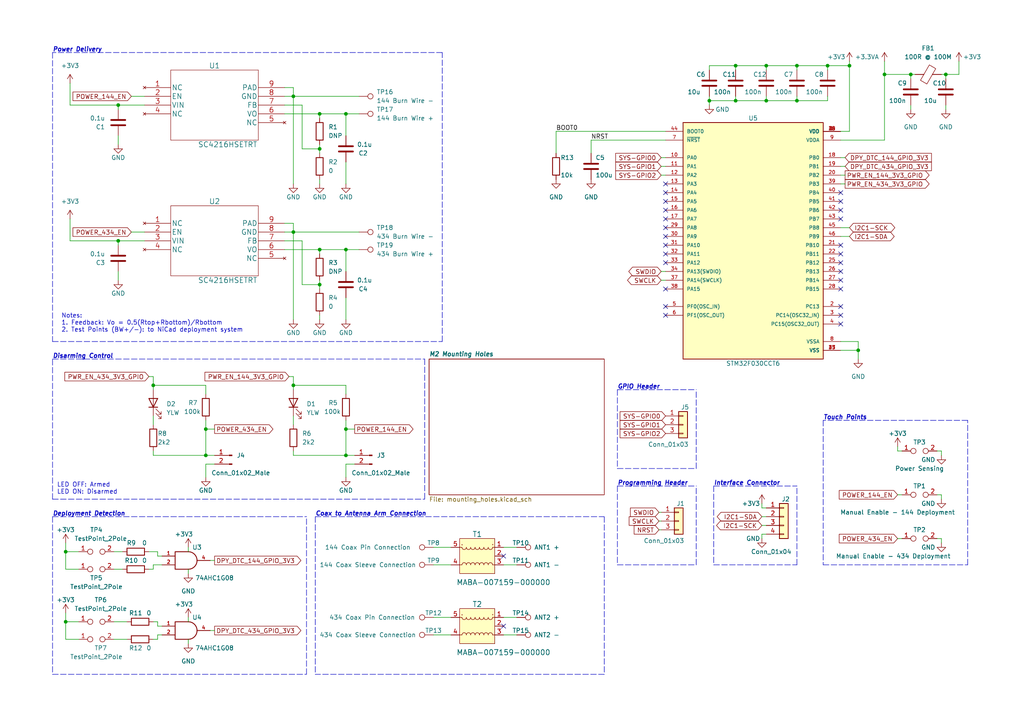
<source format=kicad_sch>
(kicad_sch (version 20211123) (generator eeschema)
  (paper "A4")
  (title_block (title "Antenna Deployment Board") (date "2023-04-24") (rev "RevA") (company "Queen's Space Engineering Team - Satellite"))
  (lib_symbols
    (symbol "74xGxx:74AHC1G08" (pin_names (offset 1.016))
      (property "Reference" "U" (at -2.54 3.81 0))
      (property "Value" "74AHC1G08" (at 0 -3.81 0))
      (symbol "74AHC1G08_1_1"
        (pin input line (at -7.62 1.27 0) (length 3.81) (name "~") (number "1"))
        (pin input line (at -7.62 -1.27 0) (length 3.81) (name "~") (number "2"))
        (pin power_in line (at 0 -2.54 270) (length 0) hide (name "GND") (number "3"))
        (pin output line (at 6.35 0 180) (length 3.81) (name "~") (number "4"))
        (pin power_in line (at 0 2.54 90) (length 0) hide (name "VCC") (number "5"))
      )
    )
    (symbol "Connector:Conn_01x02_Male" (pin_names (offset 1.016) hide)
      (property "Reference" "J" (at 0 2.54 0))
      (property "Value" "Conn_01x02_Male" (at 0 -5.08 0))
      (symbol "Conn_01x02_Male_1_1"
        (pin passive line (at 5.08 0 180) (length 3.81) (name "Pin_1") (number "1"))
        (pin passive line (at 5.08 -2.54 180) (length 3.81) (name "Pin_2") (number "2"))
      )
    )
    (symbol "Connector:TestPoint" (pin_numbers hide) (pin_names (offset 0.762) hide)
      (property "Reference" "TP" (at 0 6.858 0))
      (property "Value" "TestPoint" (at 0 5.08 0))
      (symbol "TestPoint_1_1"
        (pin passive line (at 0 0 90) (length 2.54) (name "1") (number "1"))
      )
    )
    (symbol "Connector:TestPoint_2Pole" (pin_names (offset 0.762) hide)
      (property "Reference" "TP" (at 0 1.524 0))
      (property "Value" "TestPoint_2Pole" (at 0 -1.778 0))
      (symbol "TestPoint_2Pole_0_1"
        (pin passive line (at -5.08 0 0) (length 2.54) (name "1") (number "1"))
        (pin passive line (at 5.08 0 180) (length 2.54) (name "2") (number "2"))
      )
    )
    (symbol "Connector_Generic:Conn_01x03" (pin_names (offset 1.016) hide)
      (property "Reference" "J" (at 0 5.08 0))
      (property "Value" "Conn_01x03" (at 0 -5.08 0))
      (symbol "Conn_01x03_1_1"
        (pin passive line (at -5.08 2.54 0) (length 3.81) (name "Pin_1") (number "1"))
        (pin passive line (at -5.08 0 0) (length 3.81) (name "Pin_2") (number "2"))
        (pin passive line (at -5.08 -2.54 0) (length 3.81) (name "Pin_3") (number "3"))
      )
    )
    (symbol "Connector_Generic:Conn_01x04" (pin_names (offset 1.016) hide)
      (property "Reference" "J" (at 0 5.08 0))
      (property "Value" "Conn_01x04" (at 0 -7.62 0))
      (symbol "Conn_01x04_1_1"
        (pin passive line (at -5.08 2.54 0) (length 3.81) (name "Pin_1") (number "1"))
        (pin passive line (at -5.08 0 0) (length 3.81) (name "Pin_2") (number "2"))
        (pin passive line (at -5.08 -2.54 0) (length 3.81) (name "Pin_3") (number "3"))
        (pin passive line (at -5.08 -5.08 0) (length 3.81) (name "Pin_4") (number "4"))
      )
    )
    (symbol "Device:C" (pin_numbers hide) (pin_names (offset 0.254))
      (property "Reference" "C" (at 0.635 2.54 0))
      (property "Value" "C" (at 0.635 -2.54 0))
      (symbol "C_1_1"
        (pin passive line (at 0 3.81 270) (length 2.794) (name "~") (number "1"))
        (pin passive line (at 0 -3.81 90) (length 2.794) (name "~") (number "2"))
      )
    )
    (symbol "Device:FerriteBead" (pin_numbers hide) (pin_names (offset 0))
      (property "Reference" "FB" (at -3.81 0.635 90))
      (property "Value" "FerriteBead" (at 3.81 0 90))
      (symbol "FerriteBead_1_1"
        (pin passive line (at 0 3.81 270) (length 2.54) (name "~") (number "1"))
        (pin passive line (at 0 -3.81 90) (length 2.54) (name "~") (number "2"))
      )
    )
    (symbol "Device:LED" (pin_numbers hide) (pin_names (offset 1.016) hide)
      (property "Reference" "D" (at 0 2.54 0))
      (property "Value" "LED" (at 0 -2.54 0))
      (symbol "LED_1_1"
        (pin passive line (at -3.81 0 0) (length 2.54) (name "K") (number "1"))
        (pin passive line (at 3.81 0 180) (length 2.54) (name "A") (number "2"))
      )
    )
    (symbol "Device:R" (pin_numbers hide) (pin_names (offset 0))
      (property "Reference" "R" (at 2.032 0 90))
      (property "Value" "R" (at 0 0 90))
      (symbol "R_1_1"
        (pin passive line (at 0 3.81 270) (length 1.27) (name "~") (number "1"))
        (pin passive line (at 0 -3.81 90) (length 1.27) (name "~") (number "2"))
      )
    )
    (symbol "SC4216HSETRT:SC4216HSETRT" (pin_names (offset 0.254))
      (property "Reference" "U" (at 20.32 10.16 0))
      (property "Value" "SC4216HSETRT" (at 20.32 7.62 0))
      (symbol "SC4216HSETRT_1_1"
        (pin no_connect line (at 0 0 0) (length 7.62) (name "NC") (number "1"))
        (pin input line (at 0 -2.54 0) (length 7.62) (name "EN") (number "2"))
        (pin power_in line (at 0 -5.08 0) (length 7.62) (name "VIN") (number "3"))
        (pin no_connect line (at 0 -7.62 0) (length 7.62) (name "NC") (number "4"))
        (pin no_connect line (at 40.64 -10.16 180) (length 7.62) (name "NC") (number "5"))
        (pin power_in line (at 40.64 -7.62 180) (length 7.62) (name "VO") (number "6"))
        (pin unspecified line (at 40.64 -5.08 180) (length 7.62) (name "FB") (number "7"))
        (pin power_in line (at 40.64 -2.54 180) (length 7.62) (name "GND") (number "8"))
        (pin power_in line (at 40.64 0 180) (length 7.62) (name "PAD") (number "9"))
      )
    )
    (symbol "STM32F030CCT6:STM32F030CCT6" (pin_names (offset 1.016))
      (property "Reference" "U" (at -20.3383 33.0497 0))
      (property "Value" "STM32F030CCT6" (at -20.3351 -38.1284 0))
      (symbol "STM32F030CCT6_0_0"
        (pin power_in line (at 25.4 30.48 180) (length 5.08) (name "VDD") (number "1"))
        (pin bidirectional line (at -25.4 22.86 0) (length 5.08) (name "PA0") (number "10"))
        (pin bidirectional line (at -25.4 20.32 0) (length 5.08) (name "PA1") (number "11"))
        (pin bidirectional line (at -25.4 17.78 0) (length 5.08) (name "PA2") (number "12"))
        (pin bidirectional line (at -25.4 15.24 0) (length 5.08) (name "PA3") (number "13"))
        (pin bidirectional line (at -25.4 12.7 0) (length 5.08) (name "PA4") (number "14"))
        (pin bidirectional line (at -25.4 10.16 0) (length 5.08) (name "PA5") (number "15"))
        (pin bidirectional line (at -25.4 7.62 0) (length 5.08) (name "PA6") (number "16"))
        (pin bidirectional line (at -25.4 5.08 0) (length 5.08) (name "PA7") (number "17"))
        (pin bidirectional line (at 25.4 22.86 180) (length 5.08) (name "PB0") (number "18"))
        (pin bidirectional line (at 25.4 20.32 180) (length 5.08) (name "PB1") (number "19"))
        (pin bidirectional line (at 25.4 -20.32 180) (length 5.08) (name "PC13") (number "2"))
        (pin bidirectional line (at 25.4 17.78 180) (length 5.08) (name "PB2") (number "20"))
        (pin bidirectional line (at 25.4 -2.54 180) (length 5.08) (name "PB10") (number "21"))
        (pin bidirectional line (at 25.4 -5.08 180) (length 5.08) (name "PB11") (number "22"))
        (pin power_in line (at 25.4 -33.02 180) (length 5.08) (name "VSS") (number "23"))
        (pin power_in line (at 25.4 30.48 180) (length 5.08) (name "VDD") (number "24"))
        (pin bidirectional line (at 25.4 -7.62 180) (length 5.08) (name "PB12") (number "25"))
        (pin bidirectional line (at 25.4 -10.16 180) (length 5.08) (name "PB13") (number "26"))
        (pin bidirectional line (at 25.4 -12.7 180) (length 5.08) (name "PB14") (number "27"))
        (pin bidirectional line (at 25.4 -15.24 180) (length 5.08) (name "PB15") (number "28"))
        (pin bidirectional line (at -25.4 2.54 0) (length 5.08) (name "PA8") (number "29"))
        (pin bidirectional line (at 25.4 -22.86 180) (length 5.08) (name "PC14(OSC32_IN)") (number "3"))
        (pin bidirectional line (at -25.4 0 0) (length 5.08) (name "PA9") (number "30"))
        (pin bidirectional line (at -25.4 -2.54 0) (length 5.08) (name "PA10") (number "31"))
        (pin bidirectional line (at -25.4 -5.08 0) (length 5.08) (name "PA11") (number "32"))
        (pin bidirectional line (at -25.4 -7.62 0) (length 5.08) (name "PA12") (number "33"))
        (pin bidirectional line (at -25.4 -10.16 0) (length 5.08) (name "PA13(SWDIO)") (number "34"))
        (pin power_in line (at 25.4 -33.02 180) (length 5.08) (name "VSS") (number "35"))
        (pin power_in line (at 25.4 30.48 180) (length 5.08) (name "VDD") (number "36"))
        (pin bidirectional line (at -25.4 -12.7 0) (length 5.08) (name "PA14(SWCLK)") (number "37"))
        (pin bidirectional line (at -25.4 -15.24 0) (length 5.08) (name "PA15") (number "38"))
        (pin bidirectional line (at 25.4 15.24 180) (length 5.08) (name "PB3") (number "39"))
        (pin bidirectional line (at 25.4 -25.4 180) (length 5.08) (name "PC15(OSC32_OUT)") (number "4"))
        (pin bidirectional line (at 25.4 12.7 180) (length 5.08) (name "PB4") (number "40"))
        (pin bidirectional line (at 25.4 10.16 180) (length 5.08) (name "PB5") (number "41"))
        (pin bidirectional line (at 25.4 7.62 180) (length 5.08) (name "PB6") (number "42"))
        (pin bidirectional line (at 25.4 5.08 180) (length 5.08) (name "PB7") (number "43"))
        (pin input line (at -25.4 30.48 0) (length 5.08) (name "BOOT0") (number "44"))
        (pin bidirectional line (at 25.4 2.54 180) (length 5.08) (name "PB8") (number "45"))
        (pin bidirectional line (at 25.4 0 180) (length 5.08) (name "PB9") (number "46"))
        (pin power_in line (at 25.4 -33.02 180) (length 5.08) (name "VSS") (number "47"))
        (pin power_in line (at 25.4 30.48 180) (length 5.08) (name "VDD") (number "48"))
        (pin bidirectional line (at -25.4 -20.32 0) (length 5.08) (name "PF0(OSC_IN)") (number "5"))
        (pin bidirectional line (at -25.4 -22.86 0) (length 5.08) (name "PF1(OSC_OUT)") (number "6"))
        (pin bidirectional line (at -25.4 27.94 0) (length 5.08) (name "~{NRST}") (number "7"))
        (pin power_in line (at 25.4 -30.48 180) (length 5.08) (name "VSSA") (number "8"))
        (pin power_in line (at 25.4 27.94 180) (length 5.08) (name "VDDA") (number "9"))
      )
    )
    (symbol "dk_Balun:MABA-007159-000000" (pin_names (offset 1.016))
      (property "Reference" "T" (at -3.81 6.35 0))
      (property "Value" "MABA-007159-000000" (at 0 -6.35 0))
      (symbol "MABA-007159-000000_1_0"
        (pin unspecified line (at 7.62 0 180) (length 2.54) (name "~") (number "2"))
      )
      (symbol "MABA-007159-000000_1_1"
        (pin passive line (at 7.62 2.54 180) (length 2.54) (name "~") (number "1"))
        (pin passive line (at 7.62 -2.54 180) (length 2.54) (name "~") (number "3"))
        (pin passive line (at -7.62 -2.54 0) (length 2.54) (name "~") (number "4"))
        (pin passive line (at -7.62 2.54 0) (length 2.54) (name "~") (number "5"))
      )
    )
    (symbol "power:+3.3VA" (power) (pin_names (offset 0))
      (property "Value" "+3.3VA" (at 0 3.556 0))
      (symbol "+3.3VA_1_1"
        (pin power_in line (at 0 0 90) (length 0) hide (name "+3.3VA") (number "1"))
      )
    )
    (symbol "power:+3V3" (power) (pin_names (offset 0))
      (property "Value" "+3V3" (at 0 3.556 0))
      (symbol "+3V3_1_1"
        (pin power_in line (at 0 0 90) (length 0) hide (name "+3V3") (number "1"))
      )
    )
    (symbol "power:GND" (power) (pin_names (offset 0))
      (property "Value" "GND" (at 0 -3.81 0))
      (symbol "GND_1_1"
        (pin power_in line (at 0 0 270) (length 0) hide (name "GND") (number "1"))
      )
    )
  )
  (junction (at 100.33 132.08))
  (junction (at 19.05 160.02))
  (junction (at 59.69 124.46))
  (junction (at 222.25 19.05))
  (junction (at 231.14 29.21))
  (junction (at 19.05 180.34))
  (junction (at 34.29 30.48))
  (junction (at 92.71 33.02))
  (junction (at 92.71 43.18))
  (junction (at 248.92 101.6))
  (junction (at 100.33 72.39))
  (junction (at 92.71 82.55))
  (junction (at 256.54 21.59))
  (junction (at 205.74 29.21))
  (junction (at 222.25 29.21))
  (junction (at 231.14 19.05))
  (junction (at 264.16 21.59))
  (junction (at 59.69 132.08))
  (junction (at 213.36 29.21))
  (junction (at 274.32 21.59))
  (junction (at 34.29 69.85))
  (junction (at 85.09 27.94))
  (junction (at 85.09 111.76))
  (junction (at 213.36 19.05))
  (junction (at 92.71 72.39))
  (junction (at 85.09 67.31))
  (junction (at 246.38 19.05))
  (junction (at 44.45 111.76))
  (junction (at 100.33 33.02))
  (junction (at 100.33 124.46))
  (junction (at 240.03 19.05))
  (no_connect (at 243.84 83.82))
  (no_connect (at 193.04 71.12))
  (no_connect (at 243.84 55.88))
  (no_connect (at 193.04 68.58))
  (no_connect (at 193.04 88.9))
  (no_connect (at 243.84 63.5))
  (no_connect (at 193.04 76.2))
  (no_connect (at 193.04 83.82))
  (no_connect (at 243.84 88.9))
  (no_connect (at 243.84 73.66))
  (no_connect (at 193.04 55.88))
  (no_connect (at 243.84 91.44))
  (no_connect (at 146.05 181.61))
  (no_connect (at 243.84 71.12))
  (no_connect (at 146.05 161.29))
  (no_connect (at 243.84 93.98))
  (no_connect (at 193.04 60.96))
  (no_connect (at 243.84 58.42))
  (no_connect (at 243.84 78.74))
  (no_connect (at 243.84 76.2))
  (no_connect (at 193.04 66.04))
  (no_connect (at 193.04 63.5))
  (no_connect (at 193.04 91.44))
  (no_connect (at 243.84 60.96))
  (no_connect (at 193.04 58.42))
  (no_connect (at 243.84 81.28))
  (no_connect (at 193.04 53.34))
  (no_connect (at 193.04 73.66))
  (wire (pts (xy 205.74 29.21) (xy 205.74 30.48)))
  (wire (pts (xy 256.54 21.59) (xy 264.16 21.59)))
  (wire (pts (xy 19.05 180.34) (xy 22.86 180.34)))
  (wire (pts (xy 278.13 21.59) (xy 274.32 21.59)))
  (wire (pts (xy 34.29 30.48) (xy 34.29 31.75)))
  (wire (pts (xy 146.05 179.07) (xy 149.86 179.07)))
  (wire (pts (xy 54.61 185.42) (xy 54.61 186.69)))
  (polyline (pts (xy 231.14 163.83) (xy 231.14 140.97)))
  (wire (pts (xy 205.74 29.21) (xy 213.36 29.21)))
  (wire (pts (xy 191.77 81.28) (xy 193.04 81.28)))
  (polyline (pts (xy 175.26 149.86) (xy 175.26 195.58)))
  (wire (pts (xy 44.45 132.08) (xy 59.69 132.08)))
  (wire (pts (xy 45.72 160.02) (xy 45.72 161.29)))
  (polyline (pts (xy 179.07 113.03) (xy 201.93 113.03)))
  (wire (pts (xy 59.69 132.08) (xy 62.23 132.08)))
  (wire (pts (xy 245.11 50.8) (xy 243.84 50.8)))
  (wire (pts (xy 54.61 165.1) (xy 54.61 166.37)))
  (wire (pts (xy 205.74 19.05) (xy 213.36 19.05)))
  (polyline (pts (xy 15.24 144.78) (xy 15.24 104.14)))
  (polyline (pts (xy 179.07 135.89) (xy 201.93 135.89)))
  (wire (pts (xy 125.73 163.83) (xy 130.81 163.83)))
  (wire (pts (xy 59.69 124.46) (xy 59.69 132.08)))
  (wire (pts (xy 246.38 66.04) (xy 243.84 66.04)))
  (wire (pts (xy 92.71 72.39) (xy 92.71 73.66)))
  (wire (pts (xy 260.35 129.54) (xy 260.35 130.81)))
  (wire (pts (xy 45.72 184.15) (xy 46.99 184.15)))
  (wire (pts (xy 92.71 81.28) (xy 92.71 82.55)))
  (wire (pts (xy 256.54 40.64) (xy 256.54 21.59)))
  (wire (pts (xy 34.29 39.37) (xy 34.29 41.91)))
  (polyline (pts (xy 15.24 144.78) (xy 123.19 144.78)))
  (polyline (pts (xy 91.44 149.86) (xy 175.26 149.86)))
  (wire (pts (xy 220.98 146.05) (xy 220.98 147.32)))
  (polyline (pts (xy 207.01 140.97) (xy 231.14 140.97)))
  (wire (pts (xy 85.09 111.76) (xy 85.09 113.03)))
  (wire (pts (xy 44.45 163.83) (xy 46.99 163.83)))
  (wire (pts (xy 92.71 33.02) (xy 100.33 33.02)))
  (wire (pts (xy 85.09 67.31) (xy 104.14 67.31)))
  (polyline (pts (xy 15.24 15.24) (xy 15.24 99.06)))
  (wire (pts (xy 60.96 162.56) (xy 62.23 162.56)))
  (wire (pts (xy 33.02 165.1) (xy 35.56 165.1)))
  (wire (pts (xy 246.38 17.78) (xy 246.38 19.05)))
  (wire (pts (xy 245.11 48.26) (xy 243.84 48.26)))
  (wire (pts (xy 260.35 156.21) (xy 261.62 156.21)))
  (wire (pts (xy 260.35 130.81) (xy 261.62 130.81)))
  (wire (pts (xy 59.69 134.62) (xy 59.69 138.43)))
  (wire (pts (xy 231.14 19.05) (xy 231.14 20.32)))
  (wire (pts (xy 243.84 38.1) (xy 246.38 38.1)))
  (wire (pts (xy 59.69 124.46) (xy 62.23 124.46)))
  (polyline (pts (xy 201.93 135.89) (xy 201.93 113.03)))
  (wire (pts (xy 245.11 53.34) (xy 243.84 53.34)))
  (polyline (pts (xy 280.67 163.83) (xy 280.67 121.92)))
  (polyline (pts (xy 179.07 140.97) (xy 179.07 163.83)))
  (wire (pts (xy 92.71 82.55) (xy 92.71 83.82)))
  (polyline (pts (xy 128.27 15.24) (xy 15.24 15.24)))
  (wire (pts (xy 191.135 153.67) (xy 191.77 153.67)))
  (polyline (pts (xy 280.67 121.92) (xy 238.76 121.92)))
  (wire (pts (xy 146.05 184.15) (xy 149.86 184.15)))
  (wire (pts (xy 92.71 41.91) (xy 92.71 43.18)))
  (polyline (pts (xy 128.27 99.06) (xy 128.27 15.24)))
  (wire (pts (xy 20.32 30.48) (xy 34.29 30.48)))
  (wire (pts (xy 85.09 111.76) (xy 100.33 111.76)))
  (wire (pts (xy 245.11 45.72) (xy 243.84 45.72)))
  (wire (pts (xy 146.05 158.75) (xy 149.86 158.75)))
  (wire (pts (xy 213.36 27.94) (xy 213.36 29.21)))
  (wire (pts (xy 243.84 101.6) (xy 248.92 101.6)))
  (wire (pts (xy 240.03 19.05) (xy 246.38 19.05)))
  (wire (pts (xy 271.78 130.81) (xy 273.05 130.81)))
  (wire (pts (xy 100.33 121.92) (xy 100.33 124.46)))
  (wire (pts (xy 191.77 48.26) (xy 193.04 48.26)))
  (wire (pts (xy 191.77 78.74) (xy 193.04 78.74)))
  (wire (pts (xy 82.55 33.02) (xy 92.71 33.02)))
  (wire (pts (xy 100.33 72.39) (xy 104.14 72.39)))
  (wire (pts (xy 92.71 43.18) (xy 92.71 44.45)))
  (wire (pts (xy 205.74 27.94) (xy 205.74 29.21)))
  (wire (pts (xy 43.18 109.22) (xy 44.45 109.22)))
  (wire (pts (xy 271.78 156.21) (xy 273.05 156.21)))
  (wire (pts (xy 161.29 38.1) (xy 193.04 38.1)))
  (wire (pts (xy 100.33 134.62) (xy 100.33 138.43)))
  (wire (pts (xy 274.32 30.48) (xy 274.32 31.75)))
  (wire (pts (xy 92.71 72.39) (xy 100.33 72.39)))
  (wire (pts (xy 45.72 180.34) (xy 45.72 181.61)))
  (polyline (pts (xy 15.24 149.86) (xy 88.9 149.86)))
  (wire (pts (xy 38.1 27.94) (xy 41.91 27.94)))
  (wire (pts (xy 125.73 184.15) (xy 130.81 184.15)))
  (wire (pts (xy 33.02 160.02) (xy 35.56 160.02)))
  (wire (pts (xy 44.45 185.42) (xy 45.72 185.42)))
  (wire (pts (xy 125.73 179.07) (xy 130.81 179.07)))
  (wire (pts (xy 85.09 130.81) (xy 85.09 132.08)))
  (polyline (pts (xy 207.01 163.83) (xy 231.14 163.83)))
  (wire (pts (xy 222.25 29.21) (xy 231.14 29.21)))
  (polyline (pts (xy 179.07 163.83) (xy 201.93 163.83)))
  (wire (pts (xy 220.98 147.32) (xy 222.25 147.32)))
  (wire (pts (xy 45.72 181.61) (xy 46.99 181.61)))
  (wire (pts (xy 171.45 40.64) (xy 193.04 40.64)))
  (wire (pts (xy 38.1 67.31) (xy 41.91 67.31)))
  (polyline (pts (xy 88.9 195.58) (xy 88.9 149.86)))
  (wire (pts (xy 20.32 24.13) (xy 20.32 30.48)))
  (wire (pts (xy 82.55 67.31) (xy 85.09 67.31)))
  (wire (pts (xy 87.63 82.55) (xy 87.63 69.85)))
  (wire (pts (xy 19.05 185.42) (xy 22.86 185.42)))
  (wire (pts (xy 44.45 130.81) (xy 44.45 132.08)))
  (wire (pts (xy 246.38 68.58) (xy 243.84 68.58)))
  (wire (pts (xy 222.25 27.94) (xy 222.25 29.21)))
  (polyline (pts (xy 91.44 149.86) (xy 91.44 195.58)))
  (wire (pts (xy 220.98 149.86) (xy 222.25 149.86)))
  (wire (pts (xy 19.05 180.34) (xy 19.05 185.42)))
  (wire (pts (xy 264.16 21.59) (xy 265.43 21.59)))
  (wire (pts (xy 191.77 50.8) (xy 193.04 50.8)))
  (wire (pts (xy 220.98 152.4) (xy 222.25 152.4)))
  (polyline (pts (xy 201.93 163.83) (xy 201.93 140.97)))
  (wire (pts (xy 44.45 109.22) (xy 44.45 111.76)))
  (wire (pts (xy 243.84 99.06) (xy 248.92 99.06)))
  (polyline (pts (xy 123.19 104.14) (xy 123.19 144.78)))
  (wire (pts (xy 161.29 44.45) (xy 161.29 38.1)))
  (wire (pts (xy 100.33 111.76) (xy 100.33 114.3)))
  (wire (pts (xy 248.92 99.06) (xy 248.92 101.6)))
  (wire (pts (xy 92.71 52.07) (xy 92.71 53.34)))
  (wire (pts (xy 85.09 132.08) (xy 100.33 132.08)))
  (wire (pts (xy 85.09 25.4) (xy 85.09 27.94)))
  (wire (pts (xy 125.73 158.75) (xy 130.81 158.75)))
  (wire (pts (xy 62.23 134.62) (xy 59.69 134.62)))
  (wire (pts (xy 19.05 160.02) (xy 19.05 165.1)))
  (polyline (pts (xy 238.76 163.83) (xy 280.67 163.83)))
  (wire (pts (xy 33.02 185.42) (xy 36.83 185.42)))
  (wire (pts (xy 54.61 158.75) (xy 54.61 160.02)))
  (wire (pts (xy 87.63 69.85) (xy 82.55 69.85)))
  (wire (pts (xy 273.05 143.51) (xy 273.05 144.78)))
  (wire (pts (xy 100.33 33.02) (xy 104.14 33.02)))
  (wire (pts (xy 171.45 44.45) (xy 171.45 40.64)))
  (wire (pts (xy 213.36 19.05) (xy 213.36 20.32)))
  (polyline (pts (xy 238.76 121.92) (xy 238.76 163.83)))
  (wire (pts (xy 44.45 165.1) (xy 44.45 163.83)))
  (wire (pts (xy 100.33 132.08) (xy 102.87 132.08)))
  (wire (pts (xy 264.16 21.59) (xy 264.16 22.86)))
  (wire (pts (xy 82.55 72.39) (xy 92.71 72.39)))
  (wire (pts (xy 44.45 120.65) (xy 44.45 123.19)))
  (wire (pts (xy 19.05 177.8) (xy 19.05 180.34)))
  (wire (pts (xy 85.09 67.31) (xy 85.09 92.71)))
  (wire (pts (xy 246.38 19.05) (xy 246.38 38.1)))
  (wire (pts (xy 85.09 64.77) (xy 85.09 67.31)))
  (wire (pts (xy 87.63 30.48) (xy 82.55 30.48)))
  (wire (pts (xy 100.33 124.46) (xy 102.87 124.46)))
  (wire (pts (xy 19.05 165.1) (xy 22.86 165.1)))
  (wire (pts (xy 45.72 180.34) (xy 44.45 180.34)))
  (wire (pts (xy 222.25 19.05) (xy 231.14 19.05)))
  (wire (pts (xy 43.18 165.1) (xy 44.45 165.1)))
  (wire (pts (xy 205.74 20.32) (xy 205.74 19.05)))
  (wire (pts (xy 45.72 185.42) (xy 45.72 184.15)))
  (polyline (pts (xy 15.24 99.06) (xy 128.27 99.06)))
  (wire (pts (xy 100.33 124.46) (xy 100.33 132.08)))
  (wire (pts (xy 41.91 30.48) (xy 34.29 30.48)))
  (wire (pts (xy 100.33 86.36) (xy 100.33 92.71)))
  (wire (pts (xy 231.14 19.05) (xy 240.03 19.05)))
  (wire (pts (xy 191.77 45.72) (xy 193.04 45.72)))
  (wire (pts (xy 59.69 121.92) (xy 59.69 124.46)))
  (wire (pts (xy 146.05 163.83) (xy 149.86 163.83)))
  (wire (pts (xy 87.63 43.18) (xy 87.63 30.48)))
  (wire (pts (xy 278.13 17.78) (xy 278.13 21.59)))
  (wire (pts (xy 274.32 21.59) (xy 274.32 22.86)))
  (wire (pts (xy 191.135 151.13) (xy 191.77 151.13)))
  (wire (pts (xy 248.92 101.6) (xy 248.92 104.14)))
  (wire (pts (xy 231.14 27.94) (xy 231.14 29.21)))
  (wire (pts (xy 45.72 161.29) (xy 46.99 161.29)))
  (polyline (pts (xy 15.24 195.58) (xy 88.9 195.58)))
  (wire (pts (xy 44.45 111.76) (xy 59.69 111.76)))
  (wire (pts (xy 243.84 40.64) (xy 256.54 40.64)))
  (wire (pts (xy 240.03 19.05) (xy 240.03 20.32)))
  (wire (pts (xy 273.05 156.21) (xy 273.05 157.48)))
  (wire (pts (xy 264.16 30.48) (xy 264.16 31.75)))
  (wire (pts (xy 100.33 39.37) (xy 100.33 33.02)))
  (wire (pts (xy 222.25 154.94) (xy 220.98 154.94)))
  (wire (pts (xy 92.71 91.44) (xy 92.71 92.71)))
  (wire (pts (xy 102.87 134.62) (xy 100.33 134.62)))
  (wire (pts (xy 60.96 182.88) (xy 62.23 182.88)))
  (wire (pts (xy 82.55 25.4) (xy 85.09 25.4)))
  (wire (pts (xy 34.29 78.74) (xy 34.29 81.28)))
  (wire (pts (xy 59.69 111.76) (xy 59.69 114.3)))
  (wire (pts (xy 34.29 69.85) (xy 34.29 71.12)))
  (wire (pts (xy 240.03 29.21) (xy 231.14 29.21)))
  (polyline (pts (xy 179.07 140.97) (xy 201.93 140.97)))
  (wire (pts (xy 33.02 180.34) (xy 36.83 180.34)))
  (wire (pts (xy 41.91 69.85) (xy 34.29 69.85)))
  (wire (pts (xy 92.71 43.18) (xy 87.63 43.18)))
  (wire (pts (xy 213.36 19.05) (xy 222.25 19.05)))
  (wire (pts (xy 100.33 46.99) (xy 100.33 53.34)))
  (wire (pts (xy 260.35 143.51) (xy 261.62 143.51)))
  (wire (pts (xy 83.82 109.22) (xy 85.09 109.22)))
  (polyline (pts (xy 179.07 113.03) (xy 179.07 135.89)))
  (wire (pts (xy 19.05 160.02) (xy 22.86 160.02)))
  (polyline (pts (xy 15.24 149.86) (xy 15.24 195.58)))
  (wire (pts (xy 220.98 154.94) (xy 220.98 156.21)))
  (wire (pts (xy 20.32 69.85) (xy 34.29 69.85)))
  (wire (pts (xy 213.36 29.21) (xy 222.25 29.21)))
  (wire (pts (xy 92.71 82.55) (xy 87.63 82.55)))
  (wire (pts (xy 256.54 21.59) (xy 256.54 17.78)))
  (wire (pts (xy 92.71 33.02) (xy 92.71 34.29)))
  (wire (pts (xy 85.09 120.65) (xy 85.09 123.19)))
  (polyline (pts (xy 15.24 104.14) (xy 123.19 104.14)))
  (wire (pts (xy 85.09 27.94) (xy 104.14 27.94)))
  (wire (pts (xy 100.33 78.74) (xy 100.33 72.39)))
  (wire (pts (xy 85.09 27.94) (xy 85.09 53.34)))
  (wire (pts (xy 44.45 111.76) (xy 44.45 113.03)))
  (wire (pts (xy 271.78 143.51) (xy 273.05 143.51)))
  (wire (pts (xy 191.135 148.59) (xy 191.77 148.59)))
  (polyline (pts (xy 207.01 140.97) (xy 207.01 163.83)))
  (wire (pts (xy 82.55 64.77) (xy 85.09 64.77)))
  (polyline (pts (xy 175.26 195.58) (xy 91.44 195.58)))
  (wire (pts (xy 82.55 27.94) (xy 85.09 27.94)))
  (wire (pts (xy 19.05 157.48) (xy 19.05 160.02)))
  (wire (pts (xy 54.61 179.07) (xy 54.61 180.34)))
  (wire (pts (xy 240.03 27.94) (xy 240.03 29.21)))
  (wire (pts (xy 20.32 63.5) (xy 20.32 69.85)))
  (wire (pts (xy 85.09 109.22) (xy 85.09 111.76)))
  (wire (pts (xy 274.32 21.59) (xy 273.05 21.59)))
  (wire (pts (xy 43.18 160.02) (xy 45.72 160.02)))
  (wire (pts (xy 273.05 130.81) (xy 273.05 132.08)))
  (wire (pts (xy 222.25 19.05) (xy 222.25 20.32)))
  (text "Power Delivery" (at 15.24 15.24 0) (effects (font (size 1.27 1.27) (thickness 0.254) bold italic) (justify left bottom)))
  (text "Deployment Detection" (at 15.24 149.86 0) (effects (font (size 1.27 1.27) (thickness 0.254) bold italic) (justify left bottom)))
  (text "Notes: \n1. Feedback: Vo = 0.5(Rtop+Rbottom)/Rbottom\n2. Test Points (BW+/-): to NiCad deployment system" (at 17.78 96.52 0) (effects (font (size 1.27 1.27)) (justify left bottom)))
  (text "LED OFF: Armed\nLED ON: Disarmed" (at 16.51 143.51 0) (effects (font (size 1.27 1.27)) (justify left bottom)))
  (text "Touch Points" (at 238.76 121.92 0) (effects (font (size 1.27 1.27) bold italic) (justify left bottom)))
  (text "GPIO Header" (at 179.07 113.03 0) (effects (font (size 1.27 1.27) bold italic) (justify left bottom)))
  (text "Coax to Antenna Arm Connection" (at 91.44 149.86 0) (effects (font (size 1.27 1.27) (thickness 0.254) bold italic) (justify left bottom)))
  (text "Interface Connector" (at 207.01 140.97 0) (effects (font (size 1.27 1.27) bold italic) (justify left bottom)))
  (text "Disarming Control" (at 15.24 104.14 0) (effects (font (size 1.27 1.27) (thickness 0.254) bold italic) (justify left bottom)))
  (text "Programming Header" (at 179.07 140.97 0) (effects (font (size 1.27 1.27) bold italic) (justify left bottom)))
  (label "BOOT0" (at 161.29 38.1 0))
  (label "NRST" (at 171.45 40.64 0))
  (global_label "DPY_DTC_434_GPIO_3V3" (shape input) (at 245.11 48.26 0) (property "Intersheet References" "${INTERSHEET_REFS}" (effects hide)))
  (global_label "DPY_DTC_144_GPIO_3V3" (shape output) (at 62.23 162.56 0) (property "Intersheet References" "${INTERSHEET_REFS}" (effects hide)))
  (global_label "PWR_EN_144_3V3_GPIO" (shape output) (at 245.11 50.8 0) (property "Intersheet References" "${INTERSHEET_REFS}" (effects hide)))
  (global_label "SYS-GPIO2" (shape input) (at 193.04 125.73 180) (property "Intersheet References" "${INTERSHEET_REFS}" (effects hide)))
  (global_label "SYS-GPIO0" (shape input) (at 193.04 120.65 180) (property "Intersheet References" "${INTERSHEET_REFS}" (effects hide)))
  (global_label "DPY_DTC_434_GPIO_3V3" (shape output) (at 62.23 182.88 0) (property "Intersheet References" "${INTERSHEET_REFS}" (effects hide)))
  (global_label "SWDIO" (shape bidirectional) (at 191.77 78.74 180) (property "Intersheet References" "${INTERSHEET_REFS}" (effects hide)))
  (global_label "I2C1-SCK" (shape bidirectional) (at 220.98 152.4 180) (property "Intersheet References" "${INTERSHEET_REFS}" (effects hide)))
  (global_label "DPY_DTC_144_GPIO_3V3" (shape input) (at 245.11 45.72 0) (property "Intersheet References" "${INTERSHEET_REFS}" (effects hide)))
  (global_label "SWDIO" (shape input) (at 191.135 148.59 180) (property "Intersheet References" "${INTERSHEET_REFS}" (effects hide)))
  (global_label "I2C1-SDA" (shape bidirectional) (at 220.98 149.86 180) (property "Intersheet References" "${INTERSHEET_REFS}" (effects hide)))
  (global_label "SYS-GPIO2" (shape input) (at 191.77 50.8 180) (property "Intersheet References" "${INTERSHEET_REFS}" (effects hide)))
  (global_label "POWER_434_EN" (shape input) (at 38.1 67.31 180) (property "Intersheet References" "${INTERSHEET_REFS}" (effects hide)))
  (global_label "POWER_144_EN" (shape input) (at 260.35 143.51 180) (property "Intersheet References" "${INTERSHEET_REFS}" (effects hide)))
  (global_label "PWR_EN_434_3V3_GPIO" (shape input) (at 43.18 109.22 180) (property "Intersheet References" "${INTERSHEET_REFS}" (effects hide)))
  (global_label "POWER_144_EN" (shape output) (at 102.87 124.46 0) (property "Intersheet References" "${INTERSHEET_REFS}" (effects hide)))
  (global_label "SYS-GPIO1" (shape input) (at 191.77 48.26 180) (property "Intersheet References" "${INTERSHEET_REFS}" (effects hide)))
  (global_label "POWER_434_EN" (shape output) (at 62.23 124.46 0) (property "Intersheet References" "${INTERSHEET_REFS}" (effects hide)))
  (global_label "SWCLK" (shape bidirectional) (at 191.77 81.28 180) (property "Intersheet References" "${INTERSHEET_REFS}" (effects hide)))
  (global_label "SYS-GPIO1" (shape input) (at 193.04 123.19 180) (property "Intersheet References" "${INTERSHEET_REFS}" (effects hide)))
  (global_label "I2C1-SDA" (shape bidirectional) (at 246.38 68.58 0) (property "Intersheet References" "${INTERSHEET_REFS}" (effects hide)))
  (global_label "NRST" (shape input) (at 191.135 153.67 180) (property "Intersheet References" "${INTERSHEET_REFS}" (effects hide)))
  (global_label "POWER_434_EN" (shape input) (at 260.35 156.21 180) (property "Intersheet References" "${INTERSHEET_REFS}" (effects hide)))
  (global_label "POWER_144_EN" (shape input) (at 38.1 27.94 180) (property "Intersheet References" "${INTERSHEET_REFS}" (effects hide)))
  (global_label "I2C1-SCK" (shape bidirectional) (at 246.38 66.04 0) (property "Intersheet References" "${INTERSHEET_REFS}" (effects hide)))
  (global_label "PWR_EN_144_3V3_GPIO" (shape input) (at 83.82 109.22 180) (property "Intersheet References" "${INTERSHEET_REFS}" (effects hide)))
  (global_label "PWR_EN_434_3V3_GPIO" (shape output) (at 245.11 53.34 0) (property "Intersheet References" "${INTERSHEET_REFS}" (effects hide)))
  (global_label "SYS-GPIO0" (shape input) (at 191.77 45.72 180) (property "Intersheet References" "${INTERSHEET_REFS}" (effects hide)))
  (global_label "SWCLK" (shape input) (at 191.135 151.13 180) (property "Intersheet References" "${INTERSHEET_REFS}" (effects hide)))
  (symbol (lib_id "Connector:TestPoint") (at 149.86 184.15 270) (unit 1)
    (property "Reference" "TP15" (at 148.59 182.88 90) (effects (justify left)))
    (property "Value" "ANT2 -" (at 154.94 184.15 90) (effects (justify left)))
    (property "Footprint" "TestPoint:TestPoint_THTPad_4.0x4.0mm_Drill2.0mm" (effects hide))
  )
  (symbol (lib_id "Connector:TestPoint") (at 125.73 179.07 90) (unit 1)
    (property "Reference" "TP12" (at 125.73 177.8 90))
    (property "Value" "434 Coax Pin Connection" (at 107.95 179.07 90))
    (property "Footprint" "TestPoint:TestPoint_THTPad_2.0x2.0mm_Drill1.0mm" (effects hide))
  )
  (symbol (lib_id "Connector:TestPoint") (at 125.73 158.75 90) (unit 1)
    (property "Reference" "TP8" (at 125.73 157.48 90))
    (property "Value" "144 Coax Pin Connection" (at 106.68 158.75 90))
    (property "Footprint" "TestPoint:TestPoint_THTPad_2.0x2.0mm_Drill1.0mm" (effects hide))
  )
  (symbol (lib_id "power:+3V3") (at 19.05 177.8 0) (unit 1)
    (property "Reference" "#PWR0111" (effects hide))
    (property "Value" "+3V3" (at 19.05 173.99 0))
  )
  (symbol (lib_id "Connector:TestPoint") (at 104.14 27.94 270) (unit 1)
    (property "Reference" "TP16" (at 109.22 26.6699 90) (effects (justify left)))
    (property "Value" "144 Burn Wire -" (at 109.22 29.2099 90) (effects (justify left)))
    (property "Footprint" "TestPoint:TestPoint_THTPad_2.0x2.0mm_Drill1.0mm" (effects hide))
  )
  (symbol (lib_id "Connector:TestPoint_2Pole") (at 266.7 143.51 0) (unit 1)
    (property "Reference" "TP1" (at 266.7 140.97 0))
    (property "Value" "Manual Enable - 144 Deployment" (at 260.35 148.59 0))
    (property "Footprint" "TestPoint:TestPoint_2Pads_Pitch2.54mm_Drill0.8mm" (effects hide))
  )
  (symbol (lib_id "power:GND") (at 205.74 30.48 0) (unit 1)
    (property "Reference" "#PWR0123" (effects hide))
    (property "Value" "GND" (at 209.55 31.75 0))
  )
  (symbol (lib_id "Connector:Conn_01x02_Male") (at 67.31 132.08 0) (mirror y) (unit 1)
    (property "Reference" "J4" (at 69.85 132.08 0))
    (property "Value" "Conn_01x02_Male" (at 69.85 137.16 0))
    (property "Footprint" "qset-footprints:SAMTEC_TSM-102-01-L-SH" (effects hide))
  )
  (symbol (lib_id "power:+3.3VA") (at 256.54 17.78 0) (unit 1)
    (property "Reference" "#PWR0124" (effects hide))
    (property "Value" "+3.3VA" (at 251.46 16.51 0))
  )
  (symbol (lib_id "Device:C") (at 240.03 24.13 0) (unit 1)
    (property "Reference" "C8" (at 236.22 21.59 0) (effects (justify left)))
    (property "Value" "100n" (at 233.68 26.67 0) (effects (justify left)))
    (property "Footprint" "Capacitor_SMD:C_0603_1608Metric" (effects hide))
  )
  (symbol (lib_id "power:GND") (at 171.45 52.07 0) (unit 1)
    (property "Reference" "#PWR0101" (effects hide))
    (property "Value" "GND" (at 171.45 57.15 0))
  )
  (symbol (lib_id "Device:R") (at 40.64 185.42 90) (unit 1)
    (property "Reference" "R12" (at 39.37 187.96 90))
    (property "Value" "0" (at 43.18 187.96 90))
    (property "Footprint" "Resistor_SMD:R_0603_1608Metric" (effects hide))
  )
  (symbol (lib_id "power:GND") (at 85.09 53.34 0) (unit 1)
    (property "Reference" "#PWR0119" (effects hide))
    (property "Value" "GND" (at 85.09 57.15 0))
  )
  (symbol (lib_id "Device:R") (at 92.71 48.26 0) (unit 1)
    (property "Reference" "R2" (at 95.25 46.9899 0) (effects (justify left)))
    (property "Value" "0" (at 95.25 49.5299 0) (effects (justify left)))
    (property "Footprint" "Resistor_SMD:R_0603_1608Metric_Pad0.98x0.95mm_HandSolder" (effects hide))
  )
  (symbol (lib_id "Device:C") (at 264.16 26.67 0) (unit 1)
    (property "Reference" "C9" (at 260.35 24.13 0) (effects (justify left)))
    (property "Value" "100n" (at 257.81 29.21 0) (effects (justify left)))
    (property "Footprint" "Capacitor_SMD:C_0603_1608Metric" (effects hide))
  )
  (symbol (lib_id "Device:C") (at 34.29 74.93 180) (unit 1)
    (property "Reference" "C3" (at 30.48 76.2001 0) (effects (justify left)))
    (property "Value" "0.1u" (at 30.48 73.6601 0) (effects (justify left)))
    (property "Footprint" "Capacitor_SMD:C_0603_1608Metric" (effects hide))
  )
  (symbol (lib_id "Connector_Generic:Conn_01x03") (at 196.85 151.13 0) (unit 1)
    (property "Reference" "J1" (at 196.215 146.05 0) (effects (justify left)))
    (property "Value" "Conn_01x03" (at 186.69 156.845 0) (effects (justify left)))
    (property "Footprint" "qset-footprints:SAMTEC_TSM-103-01-L-SH" (effects hide))
  )
  (symbol (lib_id "Device:C") (at 274.32 26.67 0) (unit 1)
    (property "Reference" "C10" (at 270.51 24.13 0) (effects (justify left)))
    (property "Value" "10u" (at 267.97 29.21 0) (effects (justify left)))
    (property "Footprint" "Capacitor_SMD:C_0603_1608Metric" (effects hide))
  )
  (symbol (lib_id "Device:R") (at 59.69 118.11 0) (unit 1)
    (property "Reference" "R7" (at 54.61 116.84 0) (effects (justify left)))
    (property "Value" "100k" (at 53.34 119.38 0) (effects (justify left)))
    (property "Footprint" "Resistor_SMD:R_0603_1608Metric" (effects hide))
  )
  (symbol (lib_id "power:+3V3") (at 220.98 146.05 0) (unit 1)
    (property "Reference" "#PWR01" (effects hide))
    (property "Value" "+3V3" (at 217.805 146.05 0))
  )
  (symbol (lib_id "Device:R") (at 92.71 77.47 0) (unit 1)
    (property "Reference" "R3" (at 95.25 76.1999 0) (effects (justify left)))
    (property "Value" "DNP" (at 95.25 78.7399 0) (effects (justify left)))
    (property "Footprint" "Resistor_SMD:R_0603_1608Metric_Pad0.98x0.95mm_HandSolder" (effects hide))
  )
  (symbol (lib_id "Device:R") (at 161.29 48.26 0) (unit 1)
    (property "Reference" "R13" (at 162.56 45.72 0) (effects (justify left)))
    (property "Value" "10k" (at 162.56 50.8 0) (effects (justify left)))
    (property "Footprint" "Resistor_SMD:R_0603_1608Metric" (effects hide))
  )
  (symbol (lib_id "power:+3V3") (at 278.13 17.78 0) (unit 1)
    (property "Reference" "#PWR0127" (effects hide))
    (property "Value" "+3V3" (at 281.94 16.51 0))
  )
  (symbol (lib_id "power:GND") (at 161.29 52.07 0) (unit 1)
    (property "Reference" "#PWR0102" (effects hide))
    (property "Value" "GND" (at 161.29 57.15 0))
  )
  (symbol (lib_id "Connector:TestPoint") (at 104.14 72.39 270) (unit 1)
    (property "Reference" "TP19" (at 109.22 71.1199 90) (effects (justify left)))
    (property "Value" "434 Burn Wire +" (at 109.22 73.6599 90) (effects (justify left)))
    (property "Footprint" "TestPoint:TestPoint_THTPad_2.0x2.0mm_Drill1.0mm" (effects hide))
  )
  (symbol (lib_id "Connector:TestPoint_2Pole") (at 27.94 160.02 0) (unit 1)
    (property "Reference" "TP4" (at 27.94 153.67 0))
    (property "Value" "TestPoint_2Pole" (at 29.21 156.21 0))
    (property "Footprint" "TestPoint:TestPoint_2Pads_Pitch2.54mm_Drill0.8mm" (effects hide))
  )
  (symbol (lib_id "Connector:TestPoint_2Pole") (at 27.94 185.42 0) (unit 1)
    (property "Reference" "TP7" (at 29.21 187.96 0))
    (property "Value" "TestPoint_2Pole" (at 27.94 190.5 0))
    (property "Footprint" "TestPoint:TestPoint_2Pads_Pitch2.54mm_Drill0.8mm" (effects hide))
  )
  (symbol (lib_id "Device:LED") (at 85.09 116.84 90) (unit 1)
    (property "Reference" "D1" (at 88.9 117.1574 90) (effects (justify right)))
    (property "Value" "YLW" (at 88.9 119.6974 90) (effects (justify right)))
    (property "Footprint" "LED_SMD:LED_0603_1608Metric" (effects hide))
  )
  (symbol (lib_id "Device:R") (at 92.71 87.63 0) (unit 1)
    (property "Reference" "R4" (at 95.25 86.3599 0) (effects (justify left)))
    (property "Value" "0" (at 95.25 88.8999 0) (effects (justify left)))
    (property "Footprint" "Resistor_SMD:R_0603_1608Metric_Pad0.98x0.95mm_HandSolder" (effects hide))
  )
  (symbol (lib_id "Device:R") (at 44.45 127 0) (unit 1)
    (property "Reference" "R8" (at 45.72 125.73 0) (effects (justify left)))
    (property "Value" "2k2" (at 45.72 128.27 0) (effects (justify left)))
    (property "Footprint" "Resistor_SMD:R_0603_1608Metric" (effects hide))
  )
  (symbol (lib_id "power:+3V3") (at 19.05 157.48 0) (unit 1)
    (property "Reference" "#PWR0113" (effects hide))
    (property "Value" "+3V3" (at 19.05 153.67 0))
  )
  (symbol (lib_id "power:GND") (at 248.92 104.14 0) (unit 1)
    (property "Reference" "#PWR0106" (effects hide))
    (property "Value" "GND" (at 248.92 109.22 0))
  )
  (symbol (lib_id "Connector:Conn_01x02_Male") (at 107.95 132.08 0) (mirror y) (unit 1)
    (property "Reference" "J3" (at 110.49 132.08 0))
    (property "Value" "Conn_01x02_Male" (at 110.49 137.16 0))
    (property "Footprint" "qset-footprints:SAMTEC_TSM-102-01-L-SH" (effects hide))
  )
  (symbol (lib_id "Connector_Generic:Conn_01x03") (at 198.12 123.19 0) (unit 1)
    (property "Reference" "J5" (at 197.485 118.11 0) (effects (justify left)))
    (property "Value" "Conn_01x03" (at 187.96 128.905 0) (effects (justify left)))
    (property "Footprint" "qset-footprints:SAMTEC_TSM-103-01-L-SH" (effects hide))
  )
  (symbol (lib_id "Connector:TestPoint") (at 149.86 163.83 270) (unit 1)
    (property "Reference" "TP11" (at 148.59 162.56 90) (effects (justify left)))
    (property "Value" "ANT1 -" (at 154.94 163.83 90) (effects (justify left)))
    (property "Footprint" "TestPoint:TestPoint_THTPad_4.0x4.0mm_Drill2.0mm" (effects hide))
  )
  (symbol (lib_id "power:GND") (at 273.05 132.08 0) (unit 1)
    (property "Reference" "#PWR0129" (effects hide))
    (property "Value" "GND" (at 269.24 133.35 0))
  )
  (symbol (lib_id "Device:C") (at 100.33 43.18 180) (unit 1)
    (property "Reference" "C2" (at 106.68 44.45 0) (effects (justify left)))
    (property "Value" "0.1u" (at 107.95 41.91 0) (effects (justify left)))
    (property "Footprint" "Capacitor_SMD:C_0603_1608Metric" (effects hide))
  )
  (symbol (lib_id "power:GND") (at 34.29 81.28 0) (unit 1)
    (property "Reference" "#PWR0107" (effects hide))
    (property "Value" "GND" (at 34.29 85.09 0))
  )
  (symbol (lib_id "power:GND") (at 54.61 186.69 0) (unit 1)
    (property "Reference" "#PWR0112" (effects hide))
    (property "Value" "GND" (at 54.61 191.77 0))
  )
  (symbol (lib_id "power:GND") (at 273.05 144.78 0) (unit 1)
    (property "Reference" "#PWR0120" (effects hide))
    (property "Value" "GND" (at 269.24 146.05 0))
  )
  (symbol (lib_id "Connector:TestPoint_2Pole") (at 266.7 130.81 0) (unit 1)
    (property "Reference" "TP3" (at 266.7 128.27 0))
    (property "Value" "Power Sensing" (at 266.7 135.89 0))
    (property "Footprint" "TestPoint:TestPoint_2Pads_Pitch2.54mm_Drill0.8mm" (effects hide))
  )
  (symbol (lib_id "power:+3V3") (at 246.38 17.78 0) (unit 1)
    (property "Reference" "#PWR0122" (effects hide))
    (property "Value" "+3V3" (at 242.57 16.51 0))
  )
  (symbol (lib_id "Connector:TestPoint_2Pole") (at 266.7 156.21 0) (unit 1)
    (property "Reference" "TP2" (at 266.7 153.67 0))
    (property "Value" "Manual Enable - 434 Deployment" (at 259.08 161.29 0))
    (property "Footprint" "TestPoint:TestPoint_2Pads_Pitch2.54mm_Drill0.8mm" (effects hide))
  )
  (symbol (lib_id "dk_Balun:MABA-007159-000000") (at 138.43 161.29 0) (unit 1)
    (property "Reference" "T1" (at 138.43 154.94 0) (effects (font (size 1.524 1.524))))
    (property "Value" "MABA-007159-000000" (at 146.05 168.91 0) (effects (font (size 1.524 1.524))))
    (property "Footprint" "qset-footprints:MABA-007159-000000" (effects hide))
    (property "Datasheet" "http://cdn.macom.com/datasheets/MABA-007159-000000.pdf" (effects hide))
    (property "Digi-Key_PN" "1465-1302-1-ND" (effects hide))
    (property "MPN" "MABA-007159-000000" (effects hide))
    (property "Category" "RF/IF and RFID" (effects hide))
    (property "Family" "Balun" (effects hide))
    (property "DK_Datasheet_Link" "http://cdn.macom.com/datasheets/MABA-007159-000000.pdf" (effects hide))
    (property "DK_Detail_Page" "/product-detail/en/m-a-com-technology-solutions/MABA-007159-000000/1465-1302-1-ND/4429999" (effects hide))
    (property "Description" "BALUN 4.5MHZ-3GHZ 1:1 6SMD FLAT" (effects hide))
    (property "Manufacturer" "M/A-Com Technology Solutions" (effects hide))
    (property "Status" "Active" (effects hide))
  )
  (symbol (lib_id "power:GND") (at 274.32 31.75 0) (unit 1)
    (property "Reference" "#PWR0125" (effects hide))
    (property "Value" "GND" (at 274.32 36.83 0))
  )
  (symbol (lib_id "74xGxx:74AHC1G08") (at 54.61 162.56 0) (unit 1)
    (property "Reference" "U3" (at 57.15 158.75 0))
    (property "Value" "74AHC1G08" (at 62.23 167.64 0))
    (property "Footprint" "Package_TO_SOT_SMD:SOT-353_SC-70-5" (effects hide))
    (property "Datasheet" "http://www.ti.com/lit/sg/scyt129e/scyt129e.pdf" (effects hide))
  )
  (symbol (lib_id "power:GND") (at 54.61 166.37 0) (unit 1)
    (property "Reference" "#PWR0108" (effects hide))
    (property "Value" "GND" (at 54.61 171.45 0))
  )
  (symbol (lib_id "power:+3V3") (at 20.32 24.13 0) (unit 1)
    (property "Reference" "#PWR0115" (effects hide))
    (property "Value" "+3V3" (at 20.32 19.05 0))
  )
  (symbol (lib_id "power:GND") (at 100.33 92.71 0) (unit 1)
    (property "Reference" "#PWR0103" (effects hide))
    (property "Value" "GND" (at 100.33 96.52 0))
  )
  (symbol (lib_id "Device:LED") (at 44.45 116.84 90) (unit 1)
    (property "Reference" "D2" (at 48.26 117.1574 90) (effects (justify right)))
    (property "Value" "YLW" (at 48.26 119.6974 90) (effects (justify right)))
    (property "Footprint" "LED_SMD:LED_0603_1608Metric" (effects hide))
  )
  (symbol (lib_id "SC4216HSETRT:SC4216HSETRT") (at 41.91 64.77 0) (unit 1)
    (property "Reference" "U2" (at 62.23 58.42 0) (effects (font (size 1.524 1.524))))
    (property "Value" "SC4216HSETRT" (at 66.04 81.28 0) (effects (font (size 1.524 1.524))))
    (property "Footprint" "Package_SO:SOIC-8-1EP_3.9x4.9mm_P1.27mm_EP2.29x3mm" (effects hide))
  )
  (symbol (lib_id "dk_Balun:MABA-007159-000000") (at 138.43 181.61 0) (unit 1)
    (property "Reference" "T2" (at 138.43 175.26 0) (effects (font (size 1.524 1.524))))
    (property "Value" "MABA-007159-000000" (at 146.05 189.23 0) (effects (font (size 1.524 1.524))))
    (property "Footprint" "qset-footprints:MABA-007159-000000" (effects hide))
    (property "Datasheet" "http://cdn.macom.com/datasheets/MABA-007159-000000.pdf" (effects hide))
    (property "Digi-Key_PN" "1465-1302-1-ND" (effects hide))
    (property "MPN" "MABA-007159-000000" (effects hide))
    (property "Category" "RF/IF and RFID" (effects hide))
    (property "Family" "Balun" (effects hide))
    (property "DK_Datasheet_Link" "http://cdn.macom.com/datasheets/MABA-007159-000000.pdf" (effects hide))
    (property "DK_Detail_Page" "/product-detail/en/m-a-com-technology-solutions/MABA-007159-000000/1465-1302-1-ND/4429999" (effects hide))
    (property "Description" "BALUN 4.5MHZ-3GHZ 1:1 6SMD FLAT" (effects hide))
    (property "Manufacturer" "M/A-Com Technology Solutions" (effects hide))
    (property "Status" "Active" (effects hide))
  )
  (symbol (lib_id "power:+3V3") (at 20.32 63.5 0) (unit 1)
    (property "Reference" "#PWR0116" (effects hide))
    (property "Value" "+3V3" (at 20.32 58.42 0))
  )
  (symbol (lib_id "Connector:TestPoint") (at 125.73 184.15 90) (unit 1)
    (property "Reference" "TP13" (at 125.73 182.88 90))
    (property "Value" "434 Coax Sleeve Connection" (at 106.68 184.15 90))
    (property "Footprint" "TestPoint:TestPoint_THTPad_2.0x2.0mm_Drill1.0mm" (effects hide))
  )
  (symbol (lib_id "Connector:TestPoint_2Pole") (at 27.94 180.34 0) (unit 1)
    (property "Reference" "TP6" (at 29.21 173.99 0))
    (property "Value" "TestPoint_2Pole" (at 29.21 176.53 0))
    (property "Footprint" "TestPoint:TestPoint_2Pads_Pitch2.54mm_Drill0.8mm" (effects hide))
  )
  (symbol (lib_id "power:GND") (at 92.71 92.71 0) (unit 1)
    (property "Reference" "#PWR0104" (effects hide))
    (property "Value" "GND" (at 92.71 96.52 0))
  )
  (symbol (lib_id "Device:C") (at 213.36 24.13 0) (unit 1)
    (property "Reference" "C11" (at 209.55 21.59 0) (effects (justify left)))
    (property "Value" "100n" (at 207.01 26.67 0) (effects (justify left)))
    (property "Footprint" "Capacitor_SMD:C_0603_1608Metric" (effects hide))
  )
  (symbol (lib_id "power:GND") (at 273.05 157.48 0) (unit 1)
    (property "Reference" "#PWR0121" (effects hide))
    (property "Value" "GND" (at 269.24 158.75 0))
  )
  (symbol (lib_id "power:GND") (at 59.69 138.43 0) (unit 1)
    (property "Reference" "#PWR011" (effects hide))
    (property "Value" "GND" (at 59.69 142.24 0))
  )
  (symbol (lib_id "Connector:TestPoint_2Pole") (at 27.94 165.1 0) (unit 1)
    (property "Reference" "TP5" (at 27.94 167.64 0))
    (property "Value" "TestPoint_2Pole" (at 27.94 170.18 0))
    (property "Footprint" "TestPoint:TestPoint_2Pads_Pitch2.54mm_Drill0.8mm" (effects hide))
  )
  (symbol (lib_id "Device:R") (at 40.64 180.34 90) (unit 1)
    (property "Reference" "R11" (at 39.37 177.8 90))
    (property "Value" "0" (at 43.18 177.8 90))
    (property "Footprint" "Resistor_SMD:R_0603_1608Metric" (effects hide))
  )
  (symbol (lib_id "power:GND") (at 100.33 138.43 0) (unit 1)
    (property "Reference" "#PWR010" (effects hide))
    (property "Value" "GND" (at 100.33 142.24 0))
  )
  (symbol (lib_id "Connector:TestPoint") (at 104.14 67.31 270) (unit 1)
    (property "Reference" "TP18" (at 109.22 66.0399 90) (effects (justify left)))
    (property "Value" "434 Burn Wire -" (at 109.22 68.5799 90) (effects (justify left)))
    (property "Footprint" "TestPoint:TestPoint_THTPad_2.0x2.0mm_Drill1.0mm" (effects hide))
  )
  (symbol (lib_id "Connector:TestPoint") (at 125.73 163.83 90) (unit 1)
    (property "Reference" "TP9" (at 125.73 162.56 90))
    (property "Value" "144 Coax Sleeve Connection" (at 106.68 163.83 90))
    (property "Footprint" "TestPoint:TestPoint_THTPad_2.0x2.0mm_Drill1.0mm" (effects hide))
  )
  (symbol (lib_id "Device:C") (at 231.14 24.13 0) (unit 1)
    (property "Reference" "C7" (at 227.33 21.59 0) (effects (justify left)))
    (property "Value" "100n" (at 224.79 26.67 0) (effects (justify left)))
    (property "Footprint" "Capacitor_SMD:C_0603_1608Metric" (effects hide))
  )
  (symbol (lib_id "Device:FerriteBead") (at 269.24 21.59 90) (unit 1)
    (property "Reference" "FB1" (at 269.1892 13.97 90))
    (property "Value" "100R @ 100M" (at 269.1892 16.51 90))
    (property "Footprint" "Inductor_SMD:L_0603_1608Metric" (effects hide))
  )
  (symbol (lib_id "Device:R") (at 39.37 165.1 90) (unit 1)
    (property "Reference" "R10" (at 38.1 162.56 90))
    (property "Value" "0" (at 41.91 162.56 90))
    (property "Footprint" "Resistor_SMD:R_0603_1608Metric" (effects hide))
  )
  (symbol (lib_id "Device:R") (at 85.09 127 0) (unit 1)
    (property "Reference" "R6" (at 87.63 125.73 0) (effects (justify left)))
    (property "Value" "2k2" (at 87.63 128.27 0) (effects (justify left)))
    (property "Footprint" "Resistor_SMD:R_0603_1608Metric" (effects hide))
  )
  (symbol (lib_id "Device:R") (at 92.71 38.1 0) (unit 1)
    (property "Reference" "R1" (at 95.25 36.8299 0) (effects (justify left)))
    (property "Value" "DNP" (at 95.25 39.3699 0) (effects (justify left)))
    (property "Footprint" "Resistor_SMD:R_0603_1608Metric_Pad0.98x0.95mm_HandSolder" (effects hide))
  )
  (symbol (lib_id "Device:R") (at 100.33 118.11 0) (unit 1)
    (property "Reference" "R5" (at 95.25 116.84 0) (effects (justify left)))
    (property "Value" "100k" (at 93.98 119.38 0) (effects (justify left)))
    (property "Footprint" "Resistor_SMD:R_0603_1608Metric" (effects hide))
  )
  (symbol (lib_id "SC4216HSETRT:SC4216HSETRT") (at 41.91 25.4 0) (unit 1)
    (property "Reference" "U1" (at 62.23 19.05 0) (effects (font (size 1.524 1.524))))
    (property "Value" "SC4216HSETRT" (at 66.04 41.91 0) (effects (font (size 1.524 1.524))))
    (property "Footprint" "Package_SO:SOIC-8-1EP_3.9x4.9mm_P1.27mm_EP2.29x3mm" (effects hide))
  )
  (symbol (lib_id "Connector:TestPoint") (at 149.86 158.75 270) (unit 1)
    (property "Reference" "TP10" (at 148.59 157.48 90) (effects (justify left)))
    (property "Value" "ANT1 +" (at 154.94 158.75 90) (effects (justify left)))
    (property "Footprint" "TestPoint:TestPoint_THTPad_4.0x4.0mm_Drill2.0mm" (effects hide))
  )
  (symbol (lib_id "Device:C") (at 100.33 82.55 180) (unit 1)
    (property "Reference" "C4" (at 106.68 83.82 0) (effects (justify left)))
    (property "Value" "0.1u" (at 107.95 81.28 0) (effects (justify left)))
    (property "Footprint" "Capacitor_SMD:C_0603_1608Metric" (effects hide))
  )
  (symbol (lib_id "Connector:TestPoint") (at 149.86 179.07 270) (unit 1)
    (property "Reference" "TP14" (at 148.59 177.8 90) (effects (justify left)))
    (property "Value" "ANT2 +" (at 154.94 179.07 90) (effects (justify left)))
    (property "Footprint" "TestPoint:TestPoint_THTPad_4.0x4.0mm_Drill2.0mm" (effects hide))
  )
  (symbol (lib_id "STM32F030CCT6:STM32F030CCT6") (at 218.44 68.58 0) (unit 1)
    (property "Reference" "U5" (at 218.44 34.29 0))
    (property "Value" "STM32F030CCT6" (at 218.44 105.41 0))
    (property "Footprint" "QFP50P900X900X160-48N" (effects hide))
    (property "MANUFACTURER" "STMicroelectronics" (effects hide))
  )
  (symbol (lib_id "Device:C") (at 222.25 24.13 0) (unit 1)
    (property "Reference" "C12" (at 218.44 21.59 0) (effects (justify left)))
    (property "Value" "100n" (at 215.9 26.67 0) (effects (justify left)))
    (property "Footprint" "Capacitor_SMD:C_0603_1608Metric" (effects hide))
  )
  (symbol (lib_id "power:GND") (at 85.09 92.71 0) (unit 1)
    (property "Reference" "#PWR0105" (effects hide))
    (property "Value" "GND" (at 85.09 96.52 0))
  )
  (symbol (lib_id "power:+3V3") (at 54.61 179.07 0) (unit 1)
    (property "Reference" "#PWR0109" (effects hide))
    (property "Value" "+3V3" (at 53.34 175.26 0))
  )
  (symbol (lib_id "power:GND") (at 264.16 31.75 0) (unit 1)
    (property "Reference" "#PWR0126" (effects hide))
    (property "Value" "GND" (at 264.16 36.83 0))
  )
  (symbol (lib_id "Connector_Generic:Conn_01x04") (at 227.33 149.86 0) (unit 1)
    (property "Reference" "J2" (at 226.695 144.78 0) (effects (justify left)))
    (property "Value" "Conn_01x04" (at 217.805 160.02 0) (effects (justify left)))
    (property "Footprint" "qset-footprints:SAMTEC_TSM-104-01-L-SH" (effects hide))
  )
  (symbol (lib_id "power:GND") (at 100.33 53.34 0) (unit 1)
    (property "Reference" "#PWR0117" (effects hide))
    (property "Value" "GND" (at 100.33 57.15 0))
  )
  (symbol (lib_id "Connector:TestPoint") (at 104.14 33.02 270) (unit 1)
    (property "Reference" "TP17" (at 109.22 31.7499 90) (effects (justify left)))
    (property "Value" "144 Burn Wire +" (at 109.22 34.2899 90) (effects (justify left)))
    (property "Footprint" "TestPoint:TestPoint_THTPad_2.0x2.0mm_Drill1.0mm" (effects hide))
  )
  (symbol (lib_id "power:GND") (at 220.98 156.21 0) (unit 1)
    (property "Reference" "#PWR02" (effects hide))
    (property "Value" "GND" (at 218.44 156.21 0))
  )
  (symbol (lib_id "74xGxx:74AHC1G08") (at 54.61 182.88 0) (unit 1)
    (property "Reference" "U4" (at 57.15 179.07 0))
    (property "Value" "74AHC1G08" (at 62.23 187.96 0))
    (property "Footprint" "Package_TO_SOT_SMD:SOT-353_SC-70-5" (effects hide))
    (property "Datasheet" "http://www.ti.com/lit/sg/scyt129e/scyt129e.pdf" (effects hide))
  )
  (symbol (lib_id "Device:C") (at 205.74 24.13 0) (unit 1)
    (property "Reference" "C6" (at 201.93 21.59 0) (effects (justify left)))
    (property "Value" "10u" (at 199.39 26.67 0) (effects (justify left)))
    (property "Footprint" "Capacitor_SMD:C_0603_1608Metric" (effects hide))
  )
  (symbol (lib_id "power:+3V3") (at 260.35 129.54 0) (unit 1)
    (property "Reference" "#PWR0128" (effects hide))
    (property "Value" "+3V3" (at 260.35 125.73 0))
  )
  (symbol (lib_id "power:GND") (at 34.29 41.91 0) (unit 1)
    (property "Reference" "#PWR0114" (effects hide))
    (property "Value" "GND" (at 34.29 45.72 0))
  )
  (symbol (lib_id "Device:R") (at 39.37 160.02 90) (unit 1)
    (property "Reference" "R9" (at 38.1 157.48 90))
    (property "Value" "0" (at 41.91 157.48 90))
    (property "Footprint" "Resistor_SMD:R_0603_1608Metric" (effects hide))
  )
  (symbol (lib_id "power:+3V3") (at 54.61 158.75 0) (unit 1)
    (property "Reference" "#PWR0110" (effects hide))
    (property "Value" "+3V3" (at 53.34 154.94 0))
  )
  (symbol (lib_id "Device:C") (at 34.29 35.56 180) (unit 1)
    (property "Reference" "C1" (at 30.48 36.8301 0) (effects (justify left)))
    (property "Value" "0.1u" (at 30.48 34.2901 0) (effects (justify left)))
    (property "Footprint" "Capacitor_SMD:C_0603_1608Metric" (effects hide))
  )
  (symbol (lib_id "Device:C") (at 171.45 48.26 0) (unit 1)
    (property "Reference" "C5" (at 172.72 45.72 0) (effects (justify left)))
    (property "Value" "100u" (at 172.72 50.8 0) (effects (justify left)))
    (property "Footprint" "Capacitor_SMD:C_0603_1608Metric" (effects hide))
  )
  (symbol (lib_id "power:GND") (at 92.71 53.34 0) (unit 1)
    (property "Reference" "#PWR0118" (effects hide))
    (property "Value" "GND" (at 92.71 57.15 0))
  )
  (sheet (at 124.46 104.14) (size 50.8 39.37) (stroke (width 0.1524))
    (property "Sheet name" "M2 Mounting Holes" (at 124.46 103.4284 0) (effects (font bold italic) (justify left bottom)))
    (property "Sheet file" "mounting_holes.kicad_sch" (at 124.46 144.0946 0) (effects (justify left top)))
  )
)
</source>
